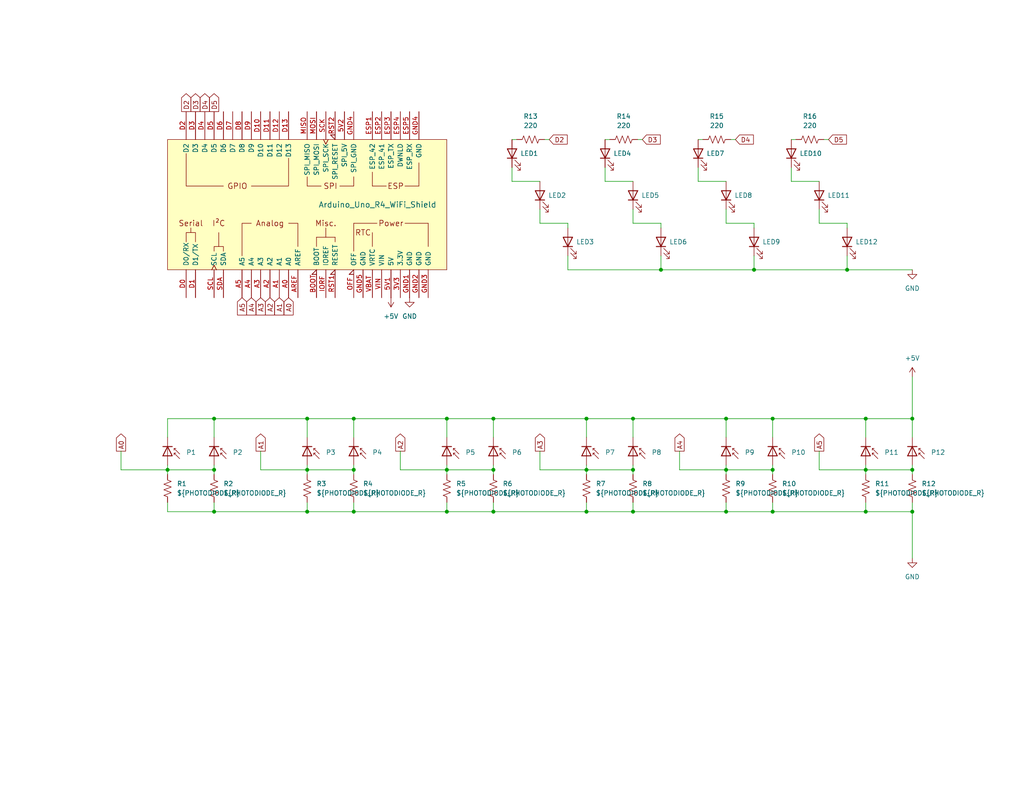
<source format=kicad_sch>
(kicad_sch (version 20250114) (generator "eeschema") (generator_version "9.0")
  (paper "USLetter")
  (title_block (title "Punched Card Reader") (date "2025-12-09") (rev "2.0") (company "Brown University") (comment 1 "Resistor values are subject to change") (comment 2 "Three LEDs in series seems to work fine") (comment 3 "Coupling two photodiodes to one analog pin") (comment 4 "Pins 0 and 1 are treated as UART RX and TX respectively"))
  (lib_symbols
    (symbol "Device:D_Photo" (pin_numbers (hide yes)) (pin_names (hide yes))
      (property "Reference" "D" (at 0.508 1.778 0))
      (property "Value" "D_Photo" (at -1.016 -2.794 0))
      (symbol "D_Photo_0_1"
        (polyline (pts (xy -2.54 1.27) (xy -2.54 -1.27)) (stroke (width 0.254)))
        (polyline (pts (xy -2.032 1.778) (xy -1.524 1.778)))
        (polyline (pts (xy -0.508 3.302) (xy -2.032 1.778) (xy -2.032 2.286)))
        (polyline (pts (xy 0 0) (xy -2.54 0)))
        (polyline (pts (xy 0 -1.27) (xy 0 1.27) (xy -2.54 0) (xy 0 -1.27)) (stroke (width 0.254)))
        (polyline (pts (xy 0.762 3.302) (xy -0.762 1.778) (xy -0.762 2.286) (xy -0.762 1.778) (xy -0.254 1.778)))
      )
      (symbol "D_Photo_1_1"
        (pin passive line (at -5.08 0 0) (length 2.54) (name "K") (number "1"))
        (pin passive line (at 2.54 0 180) (length 2.54) (name "A") (number "2"))
      )
    )
    (symbol "Device:LED" (pin_numbers (hide yes)) (pin_names (offset 1.016) (hide yes))
      (property "Reference" "D" (at 0 2.54 0))
      (property "Value" "LED" (at 0 -2.54 0))
      (symbol "LED_0_1"
        (polyline (pts (xy -3.048 -0.762) (xy -4.572 -2.286) (xy -3.81 -2.286) (xy -4.572 -2.286) (xy -4.572 -1.524)))
        (polyline (pts (xy -1.778 -0.762) (xy -3.302 -2.286) (xy -2.54 -2.286) (xy -3.302 -2.286) (xy -3.302 -1.524)))
        (polyline (pts (xy -1.27 0) (xy 1.27 0)))
        (polyline (pts (xy -1.27 -1.27) (xy -1.27 1.27)) (stroke (width 0.254)))
        (polyline (pts (xy 1.27 -1.27) (xy 1.27 1.27) (xy -1.27 0) (xy 1.27 -1.27)) (stroke (width 0.254)))
      )
      (symbol "LED_1_1"
        (pin passive line (at -3.81 0 0) (length 2.54) (name "K") (number "1"))
        (pin passive line (at 3.81 0 180) (length 2.54) (name "A") (number "2"))
      )
    )
    (symbol "Device:R_US" (pin_numbers (hide yes)) (pin_names (offset 0))
      (property "Reference" "R" (at 2.54 0 90))
      (property "Value" "R_US" (at -2.54 0 90))
      (symbol "R_US_0_1"
        (polyline (pts (xy 0 2.286) (xy 0 2.54)))
        (polyline (pts (xy 0 2.286) (xy 1.016 1.905) (xy 0 1.524) (xy -1.016 1.143) (xy 0 0.762)))
        (polyline (pts (xy 0 0.762) (xy 1.016 0.381) (xy 0 0) (xy -1.016 -0.381) (xy 0 -0.762)))
        (polyline (pts (xy 0 -0.762) (xy 1.016 -1.143) (xy 0 -1.524) (xy -1.016 -1.905) (xy 0 -2.286)))
        (polyline (pts (xy 0 -2.286) (xy 0 -2.54)))
      )
      (symbol "R_US_1_1"
        (pin passive line (at 0 3.81 270) (length 1.27) (name "~") (number "1"))
        (pin passive line (at 0 -3.81 90) (length 1.27) (name "~") (number "2"))
      )
    )
    (symbol "PCM_arduino-library:Arduino_Uno_R4_WiFi_Shield" (pin_names (offset 1.016))
      (property "Reference" "A" (at 0 43.18 0))
      (property "Value" "Arduino_Uno_R4_WiFi_Shield" (at 0 40.64 0))
      (symbol "Arduino_Uno_R4_WiFi_Shield_0_0"
        (rectangle (start -17.78 38.1) (end 17.78 -38.1) (fill (type background)))
        (polyline (pts (xy -12.7 25.4) (xy -11.43 25.4) (xy -11.43 22.86) (xy -12.7 22.86)))
        (rectangle (start -12.7 -12.7) (end -5.08 -12.7))
        (polyline (pts (xy -11.43 24.13) (xy -7.62 24.13)))
        (rectangle (start -11.43 -33.02) (end -5.08 -33.02))
        (polyline (pts (xy -10.16 33.02) (xy -7.62 33.02) (xy -7.62 30.48) (xy -10.16 30.48)))
        (rectangle (start -10.16 -7.62) (end -8.89 -7.62))
        (rectangle (start -8.89 -2.54) (end -11.43 -2.54))
        (rectangle (start -8.89 -5.08) (end -6.35 -5.08))
        (rectangle (start -8.89 -7.62) (end -8.89 -2.54))
        (polyline (pts (xy -7.62 31.75) (xy -6.35 31.75)))
        (polyline (pts (xy -5.08 15.24) (xy -5.08 17.78) (xy -13.97 17.78)))
        (polyline (pts (xy -5.08 5.08) (xy -5.08 2.54) (xy -11.43 2.54)))
        (polyline (pts (xy -5.08 -12.7) (xy -5.08 -19.05)))
        (polyline (pts (xy -5.08 -26.67) (xy -5.08 -33.02)))
        (polyline (pts (xy 5.08 22.86) (xy 5.08 33.02) (xy 13.97 33.02)))
        (polyline (pts (xy 5.08 15.24) (xy 5.08 5.08) (xy 12.7 5.08)))
        (rectangle (start 5.08 -3.81) (end 5.08 0))
        (rectangle (start 5.08 -12.7) (end 5.08 -8.89))
        (rectangle (start 5.08 -12.7) (end 7.62 -12.7))
        (rectangle (start 5.08 -17.78) (end 8.89 -17.78))
        (rectangle (start 5.08 -21.59) (end 5.08 -17.78))
        (rectangle (start 5.08 -30.48) (end 5.08 -26.67))
        (rectangle (start 5.08 -30.48) (end 11.43 -30.48))
        (rectangle (start 7.62 0) (end 5.08 0))
        (text "RTC" (at -7.62 -15.24 900) (effects (font (size 1.524 1.524))))
        (text "Serial" (at -5.08 31.75 900) (effects (font (size 1.524 1.524))))
        (text "I²C" (at -5.08 24.13 900) (effects (font (size 1.524 1.524))))
        (text "Analog" (at -5.08 10.16 900) (effects (font (size 1.524 1.524))))
        (text "Misc." (at -5.08 -5.08 900) (effects (font (size 1.524 1.524))))
        (text "Power" (at -5.08 -22.86 900) (effects (font (size 1.524 1.524))))
        (text "SPI" (at 5.08 -6.35 900) (effects (font (size 1.524 1.524))))
        (text "ESP" (at 5.08 -24.13 900) (effects (font (size 1.524 1.524))))
      )
      (symbol "Arduino_Uno_R4_WiFi_Shield_0_1"
        (polyline (pts (xy -11.43 -17.78) (xy -7.62 -17.78)))
      )
      (symbol "Arduino_Uno_R4_WiFi_Shield_1_0"
        (text "GPIO" (at 5.08 19.05 900) (effects (font (size 1.524 1.524))))
      )
      (symbol "Arduino_Uno_R4_WiFi_Shield_1_1"
        (pin bidirectional line (at -25.4 33.02 0) (length 7.62) (name "D0/RX") (number "D0"))
        (pin bidirectional line (at -25.4 30.48 0) (length 7.62) (name "D1/TX") (number "D1"))
        (pin bidirectional clock (at -25.4 25.4 0) (length 7.62) (name "SCL") (number "SCL"))
        (pin bidirectional line (at -25.4 22.86 0) (length 7.62) (name "SDA") (number "SDA"))
        (pin bidirectional line (at -25.4 17.78 0) (length 7.62) (name "A5") (number "A5"))
        (pin bidirectional line (at -25.4 15.24 0) (length 7.62) (name "A4") (number "A4"))
        (pin bidirectional line (at -25.4 12.7 0) (length 7.62) (name "A3") (number "A3"))
        (pin bidirectional line (at -25.4 10.16 0) (length 7.62) (name "A2") (number "A2"))
        (pin bidirectional line (at -25.4 7.62 0) (length 7.62) (name "A1") (number "A1"))
        (pin bidirectional line (at -25.4 5.08 0) (length 7.62) (name "A0") (number "A0"))
        (pin input line (at -25.4 2.54 0) (length 7.62) (name "AREF") (number "AREF"))
        (pin input input_low (at -25.4 -2.54 0) (length 7.62) (name "BOOT") (number "BOOT"))
        (pin output line (at -25.4 -5.08 0) (length 7.62) (name "IOREF") (number "IORF"))
        (pin open_collector input_low (at -25.4 -7.62 0) (length 7.62) (name "RESET") (number "RST1"))
        (pin input input_low (at -25.4 -12.7 0) (length 7.62) (name "OFF") (number "OFF"))
        (pin power_in line (at -25.4 -15.24 0) (length 7.62) (name "GND") (number "GND5"))
        (pin power_in line (at -25.4 -17.78 0) (length 7.62) (name "VRTC") (number "VBAT"))
        (pin power_in line (at -25.4 -20.32 0) (length 7.62) (name "VIN") (number "VIN"))
        (pin power_in line (at -25.4 -22.86 0) (length 7.62) (name "5V") (number "5V1"))
        (pin power_out line (at -25.4 -25.4 0) (length 7.62) (name "3.3V") (number "3V3"))
        (pin power_in line (at -25.4 -27.94 0) (length 7.62) (name "GND") (number "GND1"))
        (pin power_in line (at -25.4 -30.48 0) (length 7.62) (name "GND") (number "GND2"))
        (pin power_in line (at -25.4 -33.02 0) (length 7.62) (name "GND") (number "GND3"))
        (pin bidirectional line (at 25.4 33.02 180) (length 7.62) (name "D2") (number "D2"))
        (pin bidirectional line (at 25.4 30.48 180) (length 7.62) (name "D3") (number "D3"))
        (pin bidirectional line (at 25.4 27.94 180) (length 7.62) (name "D4") (number "D4"))
        (pin bidirectional line (at 25.4 25.4 180) (length 7.62) (name "D5") (number "D5"))
        (pin bidirectional line (at 25.4 22.86 180) (length 7.62) (name "D6") (number "D6"))
        (pin bidirectional line (at 25.4 20.32 180) (length 7.62) (name "D7") (number "D7"))
        (pin bidirectional line (at 25.4 17.78 180) (length 7.62) (name "D8") (number "D8"))
        (pin bidirectional line (at 25.4 15.24 180) (length 7.62) (name "D9") (number "D9"))
        (pin bidirectional line (at 25.4 12.7 180) (length 7.62) (name "D10") (number "D10"))
        (pin bidirectional line (at 25.4 10.16 180) (length 7.62) (name "D11") (number "D11"))
        (pin bidirectional line (at 25.4 7.62 180) (length 7.62) (name "D12") (number "D12"))
        (pin bidirectional line (at 25.4 5.08 180) (length 7.62) (name "D13") (number "D13"))
        (pin input line (at 25.4 0 180) (length 7.62) (name "SPI_MISO") (number "MISO"))
        (pin output line (at 25.4 -2.54 180) (length 7.62) (name "SPI_MOSI") (number "MOSI"))
        (pin output clock (at 25.4 -5.08 180) (length 7.62) (name "SPI_SCK") (number "SCK"))
        (pin open_collector input_low (at 25.4 -7.62 180) (length 7.62) (name "SPI_RESET") (number "RST2"))
        (pin power_in line (at 25.4 -10.16 180) (length 7.62) (name "SPI_5V") (number "5V2"))
        (pin power_in line (at 25.4 -12.7 180) (length 7.62) (name "SPI_GND") (number "GND4"))
        (pin bidirectional line (at 25.4 -17.78 180) (length 7.62) (name "ESP_42") (number "ESP1"))
        (pin bidirectional line (at 25.4 -20.32 180) (length 7.62) (name "ESP_41") (number "ESP2"))
        (pin bidirectional line (at 25.4 -22.86 180) (length 7.62) (name "ESP_TX") (number "ESP3"))
        (pin bidirectional line (at 25.4 -25.4 180) (length 7.62) (name "DWNLD") (number "ESP4"))
        (pin bidirectional line (at 25.4 -27.94 180) (length 7.62) (name "ESP_RX") (number "ESP5"))
        (pin power_in line (at 25.4 -30.48 180) (length 7.62) (name "GND") (number "GND4"))
      )
    )
    (symbol "power:+5V" (power) (pin_numbers (hide yes)) (pin_names (offset 0) (hide yes))
      (property "Value" "+5V" (at 0 3.556 0))
      (symbol "+5V_0_1"
        (polyline (pts (xy -0.762 1.27) (xy 0 2.54)))
        (polyline (pts (xy 0 2.54) (xy 0.762 1.27)))
        (polyline (pts (xy 0 0) (xy 0 2.54)))
      )
      (symbol "+5V_1_1"
        (pin power_in line (at 0 0 90) (length 0) (name "~") (number "1"))
      )
    )
    (symbol "power:GND" (power) (pin_numbers (hide yes)) (pin_names (offset 0) (hide yes))
      (property "Value" "GND" (at 0 -3.81 0))
      (symbol "GND_0_1"
        (polyline (pts (xy 0 0) (xy 0 -1.27) (xy 1.27 -1.27) (xy 0 -2.54) (xy -1.27 -1.27) (xy 0 -1.27)))
      )
      (symbol "GND_1_1"
        (pin power_in line (at 0 0 270) (length 0) (name "~") (number "1"))
      )
    )
  )
  (junction (at 172.72 139.7))
  (junction (at 205.74 73.66))
  (junction (at 96.52 139.7))
  (junction (at 121.92 128.27))
  (junction (at 160.02 128.27))
  (junction (at 45.72 128.27))
  (junction (at 210.82 114.3))
  (junction (at 172.72 128.27))
  (junction (at 58.42 139.7))
  (junction (at 248.92 114.3))
  (junction (at 160.02 139.7))
  (junction (at 134.62 128.27))
  (junction (at 96.52 114.3))
  (junction (at 210.82 128.27))
  (junction (at 96.52 128.27))
  (junction (at 172.72 114.3))
  (junction (at 180.34 73.66))
  (junction (at 198.12 139.7))
  (junction (at 236.22 114.3))
  (junction (at 236.22 128.27))
  (junction (at 210.82 139.7))
  (junction (at 83.82 128.27))
  (junction (at 134.62 114.3))
  (junction (at 248.92 128.27))
  (junction (at 248.92 139.7))
  (junction (at 121.92 139.7))
  (junction (at 198.12 114.3))
  (junction (at 83.82 139.7))
  (junction (at 236.22 139.7))
  (junction (at 160.02 114.3))
  (junction (at 58.42 128.27))
  (junction (at 58.42 114.3))
  (junction (at 231.14 73.66))
  (junction (at 198.12 128.27))
  (junction (at 134.62 139.7))
  (junction (at 121.92 114.3))
  (junction (at 83.82 114.3))
  (wire (pts (xy 83.82 128.27) (xy 96.52 128.27)))
  (wire (pts (xy 33.02 128.27) (xy 45.72 128.27)))
  (wire (pts (xy 71.12 128.27) (xy 83.82 128.27)))
  (wire (pts (xy 180.34 73.66) (xy 205.74 73.66)))
  (wire (pts (xy 134.62 139.7) (xy 160.02 139.7)))
  (wire (pts (xy 154.94 69.85) (xy 154.94 73.66)))
  (wire (pts (xy 147.32 123.19) (xy 147.32 128.27)))
  (wire (pts (xy 45.72 128.27) (xy 58.42 128.27)))
  (wire (pts (xy 236.22 114.3) (xy 248.92 114.3)))
  (wire (pts (xy 83.82 127) (xy 83.82 128.27)))
  (wire (pts (xy 172.72 114.3) (xy 198.12 114.3)))
  (wire (pts (xy 172.72 139.7) (xy 198.12 139.7)))
  (wire (pts (xy 58.42 128.27) (xy 58.42 129.54)))
  (wire (pts (xy 248.92 139.7) (xy 248.92 152.4)))
  (wire (pts (xy 223.52 123.19) (xy 223.52 128.27)))
  (wire (pts (xy 134.62 127) (xy 134.62 128.27)))
  (wire (pts (xy 198.12 137.16) (xy 198.12 139.7)))
  (wire (pts (xy 134.62 128.27) (xy 134.62 129.54)))
  (wire (pts (xy 58.42 137.16) (xy 58.42 139.7)))
  (wire (pts (xy 236.22 128.27) (xy 248.92 128.27)))
  (wire (pts (xy 198.12 60.96) (xy 198.12 57.15)))
  (wire (pts (xy 134.62 114.3) (xy 134.62 119.38)))
  (wire (pts (xy 231.14 60.96) (xy 231.14 62.23)))
  (wire (pts (xy 165.1 49.53) (xy 165.1 45.72)))
  (wire (pts (xy 121.92 114.3) (xy 121.92 119.38)))
  (wire (pts (xy 172.72 137.16) (xy 172.72 139.7)))
  (wire (pts (xy 210.82 114.3) (xy 210.82 119.38)))
  (wire (pts (xy 231.14 69.85) (xy 231.14 73.66)))
  (wire (pts (xy 147.32 57.15) (xy 147.32 60.96)))
  (wire (pts (xy 121.92 139.7) (xy 134.62 139.7)))
  (wire (pts (xy 215.9 38.1) (xy 217.17 38.1)))
  (wire (pts (xy 236.22 127) (xy 236.22 128.27)))
  (wire (pts (xy 198.12 114.3) (xy 210.82 114.3)))
  (wire (pts (xy 109.22 128.27) (xy 121.92 128.27)))
  (wire (pts (xy 83.82 137.16) (xy 83.82 139.7)))
  (wire (pts (xy 58.42 139.7) (xy 83.82 139.7)))
  (wire (pts (xy 160.02 128.27) (xy 172.72 128.27)))
  (wire (pts (xy 139.7 49.53) (xy 139.7 45.72)))
  (wire (pts (xy 96.52 128.27) (xy 96.52 129.54)))
  (wire (pts (xy 198.12 128.27) (xy 210.82 128.27)))
  (wire (pts (xy 248.92 127) (xy 248.92 128.27)))
  (wire (pts (xy 205.74 73.66) (xy 205.74 69.85)))
  (wire (pts (xy 160.02 127) (xy 160.02 128.27)))
  (wire (pts (xy 172.72 60.96) (xy 172.72 57.15)))
  (wire (pts (xy 83.82 114.3) (xy 83.82 119.38)))
  (wire (pts (xy 185.42 123.19) (xy 185.42 128.27)))
  (wire (pts (xy 210.82 128.27) (xy 210.82 129.54)))
  (wire (pts (xy 121.92 128.27) (xy 134.62 128.27)))
  (wire (pts (xy 205.74 60.96) (xy 205.74 62.23)))
  (wire (pts (xy 210.82 127) (xy 210.82 128.27)))
  (wire (pts (xy 172.72 128.27) (xy 172.72 129.54)))
  (wire (pts (xy 224.79 38.1) (xy 226.06 38.1)))
  (wire (pts (xy 147.32 49.53) (xy 139.7 49.53)))
  (wire (pts (xy 83.82 139.7) (xy 96.52 139.7)))
  (wire (pts (xy 121.92 137.16) (xy 121.92 139.7)))
  (wire (pts (xy 248.92 114.3) (xy 248.92 119.38)))
  (wire (pts (xy 172.72 114.3) (xy 172.72 119.38)))
  (wire (pts (xy 96.52 114.3) (xy 121.92 114.3)))
  (wire (pts (xy 121.92 114.3) (xy 134.62 114.3)))
  (wire (pts (xy 200.66 38.1) (xy 199.39 38.1)))
  (wire (pts (xy 160.02 128.27) (xy 160.02 129.54)))
  (wire (pts (xy 154.94 73.66) (xy 180.34 73.66)))
  (wire (pts (xy 215.9 49.53) (xy 215.9 45.72)))
  (wire (pts (xy 198.12 114.3) (xy 198.12 119.38)))
  (wire (pts (xy 172.72 60.96) (xy 180.34 60.96)))
  (wire (pts (xy 166.37 38.1) (xy 165.1 38.1)))
  (wire (pts (xy 180.34 60.96) (xy 180.34 62.23)))
  (wire (pts (xy 198.12 127) (xy 198.12 128.27)))
  (wire (pts (xy 45.72 139.7) (xy 58.42 139.7)))
  (wire (pts (xy 248.92 128.27) (xy 248.92 129.54)))
  (wire (pts (xy 210.82 114.3) (xy 236.22 114.3)))
  (wire (pts (xy 45.72 114.3) (xy 45.72 119.38)))
  (wire (pts (xy 172.72 127) (xy 172.72 128.27)))
  (wire (pts (xy 160.02 139.7) (xy 172.72 139.7)))
  (wire (pts (xy 134.62 137.16) (xy 134.62 139.7)))
  (wire (pts (xy 248.92 102.87) (xy 248.92 114.3)))
  (wire (pts (xy 236.22 137.16) (xy 236.22 139.7)))
  (wire (pts (xy 96.52 137.16) (xy 96.52 139.7)))
  (wire (pts (xy 58.42 114.3) (xy 58.42 119.38)))
  (wire (pts (xy 190.5 49.53) (xy 190.5 45.72)))
  (wire (pts (xy 172.72 49.53) (xy 165.1 49.53)))
  (wire (pts (xy 121.92 127) (xy 121.92 128.27)))
  (wire (pts (xy 83.82 128.27) (xy 83.82 129.54)))
  (wire (pts (xy 33.02 123.19) (xy 33.02 128.27)))
  (wire (pts (xy 154.94 60.96) (xy 154.94 62.23)))
  (wire (pts (xy 205.74 73.66) (xy 231.14 73.66)))
  (wire (pts (xy 223.52 60.96) (xy 231.14 60.96)))
  (wire (pts (xy 96.52 139.7) (xy 121.92 139.7)))
  (wire (pts (xy 45.72 128.27) (xy 45.72 129.54)))
  (wire (pts (xy 175.26 38.1) (xy 173.99 38.1)))
  (wire (pts (xy 223.52 49.53) (xy 215.9 49.53)))
  (wire (pts (xy 96.52 114.3) (xy 96.52 119.38)))
  (wire (pts (xy 210.82 137.16) (xy 210.82 139.7)))
  (wire (pts (xy 160.02 114.3) (xy 160.02 119.38)))
  (wire (pts (xy 198.12 128.27) (xy 198.12 129.54)))
  (wire (pts (xy 140.97 38.1) (xy 139.7 38.1)))
  (wire (pts (xy 180.34 69.85) (xy 180.34 73.66)))
  (wire (pts (xy 231.14 73.66) (xy 248.92 73.66)))
  (wire (pts (xy 58.42 114.3) (xy 83.82 114.3)))
  (wire (pts (xy 223.52 60.96) (xy 223.52 57.15)))
  (wire (pts (xy 198.12 60.96) (xy 205.74 60.96)))
  (wire (pts (xy 147.32 60.96) (xy 154.94 60.96)))
  (wire (pts (xy 109.22 123.19) (xy 109.22 128.27)))
  (wire (pts (xy 185.42 128.27) (xy 198.12 128.27)))
  (wire (pts (xy 147.32 128.27) (xy 160.02 128.27)))
  (wire (pts (xy 198.12 139.7) (xy 210.82 139.7)))
  (wire (pts (xy 160.02 137.16) (xy 160.02 139.7)))
  (wire (pts (xy 45.72 127) (xy 45.72 128.27)))
  (wire (pts (xy 160.02 114.3) (xy 172.72 114.3)))
  (wire (pts (xy 58.42 127) (xy 58.42 128.27)))
  (wire (pts (xy 191.77 38.1) (xy 190.5 38.1)))
  (wire (pts (xy 236.22 114.3) (xy 236.22 119.38)))
  (wire (pts (xy 248.92 137.16) (xy 248.92 139.7)))
  (wire (pts (xy 236.22 128.27) (xy 236.22 129.54)))
  (wire (pts (xy 121.92 128.27) (xy 121.92 129.54)))
  (wire (pts (xy 198.12 49.53) (xy 190.5 49.53)))
  (wire (pts (xy 236.22 139.7) (xy 248.92 139.7)))
  (wire (pts (xy 149.86 38.1) (xy 148.59 38.1)))
  (wire (pts (xy 134.62 114.3) (xy 160.02 114.3)))
  (wire (pts (xy 45.72 137.16) (xy 45.72 139.7)))
  (wire (pts (xy 223.52 128.27) (xy 236.22 128.27)))
  (wire (pts (xy 45.72 114.3) (xy 58.42 114.3)))
  (wire (pts (xy 83.82 114.3) (xy 96.52 114.3)))
  (wire (pts (xy 71.12 123.19) (xy 71.12 128.27)))
  (wire (pts (xy 96.52 127) (xy 96.52 128.27)))
  (wire (pts (xy 210.82 139.7) (xy 236.22 139.7)))
  (global_label "A0" (shape output) (at 33.02 123.19 90) (property "Intersheetrefs" "${INTERSHEET_REFS}" (effects (hide yes))))
  (global_label "A2" (shape output) (at 109.22 123.19 90) (property "Intersheetrefs" "${INTERSHEET_REFS}" (effects (hide yes))))
  (global_label "D4" (shape output) (at 55.88 30.48 90) (property "Intersheetrefs" "${INTERSHEET_REFS}" (effects (hide yes))))
  (global_label "A4" (shape input) (at 68.58 81.28 270) (property "Intersheetrefs" "${INTERSHEET_REFS}" (effects (hide yes))))
  (global_label "A1" (shape input) (at 76.2 81.28 270) (property "Intersheetrefs" "${INTERSHEET_REFS}" (effects (hide yes))))
  (global_label "A5" (shape input) (at 66.04 81.28 270) (property "Intersheetrefs" "${INTERSHEET_REFS}" (effects (hide yes))))
  (global_label "D2" (shape output) (at 50.8 30.48 90) (property "Intersheetrefs" "${INTERSHEET_REFS}" (effects (hide yes))))
  (global_label "A3" (shape output) (at 147.32 123.19 90) (property "Intersheetrefs" "${INTERSHEET_REFS}" (effects (hide yes))))
  (global_label "A4" (shape output) (at 185.42 123.19 90) (property "Intersheetrefs" "${INTERSHEET_REFS}" (effects (hide yes))))
  (global_label "D4" (shape input) (at 200.66 38.1 0) (property "Intersheetrefs" "${INTERSHEET_REFS}" (effects (hide yes))))
  (global_label "A0" (shape input) (at 78.74 81.28 270) (property "Intersheetrefs" "${INTERSHEET_REFS}" (effects (hide yes))))
  (global_label "D3" (shape output) (at 53.34 30.48 90) (property "Intersheetrefs" "${INTERSHEET_REFS}" (effects (hide yes))))
  (global_label "A3" (shape input) (at 71.12 81.28 270) (property "Intersheetrefs" "${INTERSHEET_REFS}" (effects (hide yes))))
  (global_label "A2" (shape input) (at 73.66 81.28 270) (property "Intersheetrefs" "${INTERSHEET_REFS}" (effects (hide yes))))
  (global_label "D2" (shape input) (at 149.86 38.1 0) (property "Intersheetrefs" "${INTERSHEET_REFS}" (effects (hide yes))))
  (global_label "A1" (shape output) (at 71.12 123.19 90) (property "Intersheetrefs" "${INTERSHEET_REFS}" (effects (hide yes))))
  (global_label "A5" (shape output) (at 223.52 123.19 90) (property "Intersheetrefs" "${INTERSHEET_REFS}" (effects (hide yes))))
  (global_label "D5" (shape input) (at 226.06 38.1 0) (property "Intersheetrefs" "${INTERSHEET_REFS}" (effects (hide yes))))
  (global_label "D3" (shape input) (at 175.26 38.1 0) (property "Intersheetrefs" "${INTERSHEET_REFS}" (effects (hide yes))))
  (global_label "D5" (shape output) (at 58.42 30.48 90) (property "Intersheetrefs" "${INTERSHEET_REFS}" (effects (hide yes))))
  (symbol (lib_id "Device:D_Photo") (at 210.82 124.46 270) (unit 1)
    (property "Reference" "P10" (at 215.9 123.5074 90) (effects (justify left)))
    (property "Value" "D_Photo" (effects (hide yes)))
    (property "Description" "Photodiode" (effects (hide yes)))
  )
  (symbol (lib_id "Device:LED") (at 147.32 53.34 90) (unit 1)
    (property "Reference" "LED2" (at 149.606 53.34 90) (effects (justify right)))
    (property "Value" "LED" (effects (hide yes)))
    (property "Description" "Light emitting diode" (effects (hide yes)))
    (property "Sim.Pins" "1=K 2=A" (effects (hide yes)))
  )
  (symbol (lib_id "Device:D_Photo") (at 198.12 124.46 270) (unit 1)
    (property "Reference" "P9" (at 203.2 123.5074 90) (effects (justify left)))
    (property "Value" "D_Photo" (effects (hide yes)))
    (property "Description" "Photodiode" (effects (hide yes)))
  )
  (symbol (lib_id "Device:R_US") (at 160.02 133.35 0) (unit 1)
    (property "Reference" "R7" (at 162.56 132.0799 0) (effects (justify left)))
    (property "Value" "${PHOTODIODE_R}" (at 162.56 134.6199 0) (effects (justify left)))
    (property "Description" "Resistor, US symbol" (effects (hide yes)))
  )
  (symbol (lib_id "Device:D_Photo") (at 172.72 124.46 270) (unit 1)
    (property "Reference" "P8" (at 177.8 123.5074 90) (effects (justify left)))
    (property "Value" "D_Photo" (effects (hide yes)))
    (property "Description" "Photodiode" (effects (hide yes)))
  )
  (symbol (lib_id "Device:R_US") (at 170.18 38.1 90) (unit 1)
    (property "Reference" "R14" (at 170.18 31.75 90))
    (property "Value" "220" (at 170.18 34.29 90))
    (property "Description" "Resistor, US symbol" (effects (hide yes)))
  )
  (symbol (lib_id "Device:LED") (at 180.34 66.04 90) (unit 1)
    (property "Reference" "LED6" (at 182.626 66.04 90) (effects (justify right)))
    (property "Value" "LED" (effects (hide yes)))
    (property "Description" "Light emitting diode" (effects (hide yes)))
    (property "Sim.Pins" "1=K 2=A" (effects (hide yes)))
  )
  (symbol (lib_id "Device:D_Photo") (at 96.52 124.46 270) (unit 1)
    (property "Reference" "P4" (at 101.6 123.5074 90) (effects (justify left)))
    (property "Value" "D_Photo" (effects (hide yes)))
    (property "Description" "Photodiode" (effects (hide yes)))
  )
  (symbol (lib_id "Device:LED") (at 215.9 41.91 90) (unit 1)
    (property "Reference" "LED10" (at 218.186 41.91 90) (effects (justify right)))
    (property "Value" "LED" (effects (hide yes)))
    (property "Description" "Light emitting diode" (effects (hide yes)))
    (property "Sim.Pins" "1=K 2=A" (effects (hide yes)))
  )
  (symbol (lib_id "power:GND") (at 248.92 152.4 0) (unit 1)
    (property "Reference" "#PWR01" (effects (hide yes)))
    (property "Value" "GND" (at 248.92 157.48 0))
    (property "Description" "Power symbol creates a global label with name \"GND\" , ground" (effects (hide yes)))
  )
  (symbol (lib_id "Device:LED") (at 172.72 53.34 90) (unit 1)
    (property "Reference" "LED5" (at 175.006 53.34 90) (effects (justify right)))
    (property "Value" "LED" (effects (hide yes)))
    (property "Description" "Light emitting diode" (effects (hide yes)))
    (property "Sim.Pins" "1=K 2=A" (effects (hide yes)))
  )
  (symbol (lib_id "power:GND") (at 248.92 73.66 0) (unit 1)
    (property "Reference" "#PWR05" (effects (hide yes)))
    (property "Value" "GND" (at 248.92 78.74 0))
    (property "Description" "Power symbol creates a global label with name \"GND\" , ground" (effects (hide yes)))
  )
  (symbol (lib_id "Device:D_Photo") (at 236.22 124.46 270) (unit 1)
    (property "Reference" "P11" (at 241.3 123.5074 90) (effects (justify left)))
    (property "Value" "D_Photo" (effects (hide yes)))
    (property "Description" "Photodiode" (effects (hide yes)))
  )
  (symbol (lib_id "Device:R_US") (at 121.92 133.35 0) (unit 1)
    (property "Reference" "R5" (at 124.46 132.0799 0) (effects (justify left)))
    (property "Value" "${PHOTODIODE_R}" (at 124.46 134.6199 0) (effects (justify left)))
    (property "Description" "Resistor, US symbol" (effects (hide yes)))
  )
  (symbol (lib_id "power:+5V") (at 106.68 81.28 180) (unit 1)
    (property "Reference" "#PWR03" (effects (hide yes)))
    (property "Value" "+5V" (at 106.68 86.36 0))
    (property "Description" "Power symbol creates a global label with name \"+5V\"" (effects (hide yes)))
  )
  (symbol (lib_id "Device:R_US") (at 236.22 133.35 0) (unit 1)
    (property "Reference" "R11" (at 238.76 132.0799 0) (effects (justify left)))
    (property "Value" "${PHOTODIODE_R}" (at 238.76 134.6199 0) (effects (justify left)))
    (property "Description" "Resistor, US symbol" (effects (hide yes)))
  )
  (symbol (lib_id "Device:LED") (at 205.74 66.04 90) (unit 1)
    (property "Reference" "LED9" (at 208.026 66.04 90) (effects (justify right)))
    (property "Value" "LED" (effects (hide yes)))
    (property "Description" "Light emitting diode" (effects (hide yes)))
    (property "Sim.Pins" "1=K 2=A" (effects (hide yes)))
  )
  (symbol (lib_id "Device:D_Photo") (at 58.42 124.46 270) (unit 1)
    (property "Reference" "P2" (at 63.5 123.5074 90) (effects (justify left)))
    (property "Value" "D_Photo" (effects (hide yes)))
    (property "Description" "Photodiode" (effects (hide yes)))
  )
  (symbol (lib_id "Device:LED") (at 198.12 53.34 90) (unit 1)
    (property "Reference" "LED8" (at 200.406 53.34 90) (effects (justify right)))
    (property "Value" "LED" (effects (hide yes)))
    (property "Description" "Light emitting diode" (effects (hide yes)))
    (property "Sim.Pins" "1=K 2=A" (effects (hide yes)))
  )
  (symbol (lib_id "Device:R_US") (at 248.92 133.35 0) (unit 1)
    (property "Reference" "R12" (at 251.46 132.0799 0) (effects (justify left)))
    (property "Value" "${PHOTODIODE_R}" (at 251.46 134.6199 0) (effects (justify left)))
    (property "Description" "Resistor, US symbol" (effects (hide yes)))
  )
  (symbol (lib_id "power:GND") (at 111.76 81.28 0) (unit 1)
    (property "Reference" "#PWR04" (effects (hide yes)))
    (property "Value" "GND" (at 111.76 86.36 0))
    (property "Description" "Power symbol creates a global label with name \"GND\" , ground" (effects (hide yes)))
  )
  (symbol (lib_id "PCM_arduino-library:Arduino_Uno_R4_WiFi_Shield") (at 83.82 55.88 90) (unit 1)
    (property "Reference" "A1" (effects (hide yes)))
    (property "Value" "Arduino_Uno_R4_WiFi_Shield" (at 86.868 55.88 90) (effects (font (size 1.524 1.524)) (justify right)))
    (property "Footprint" "PCM_arduino-library:Arduino_Uno_R4_WiFi_Shield" (effects (hide yes)))
    (property "Datasheet" "https://docs.arduino.cc/hardware/uno-r4-wifi" (effects (hide yes)))
    (property "Description" "Shield for Arduino Uno R4 WiFi" (effects (hide yes)))
  )
  (symbol (lib_id "Device:R_US") (at 144.78 38.1 90) (unit 1)
    (property "Reference" "R13" (at 144.78 31.75 90))
    (property "Value" "220" (at 144.78 34.29 90))
    (property "Description" "Resistor, US symbol" (effects (hide yes)))
  )
  (symbol (lib_id "Device:LED") (at 223.52 53.34 90) (unit 1)
    (property "Reference" "LED11" (at 225.806 53.34 90) (effects (justify right)))
    (property "Value" "LED" (effects (hide yes)))
    (property "Description" "Light emitting diode" (effects (hide yes)))
    (property "Sim.Pins" "1=K 2=A" (effects (hide yes)))
  )
  (symbol (lib_id "power:+5V") (at 248.92 102.87 0) (unit 1)
    (property "Reference" "#PWR02" (effects (hide yes)))
    (property "Value" "+5V" (at 248.92 97.79 0))
    (property "Description" "Power symbol creates a global label with name \"+5V\"" (effects (hide yes)))
  )
  (symbol (lib_id "Device:R_US") (at 220.98 38.1 90) (unit 1)
    (property "Reference" "R16" (at 220.98 31.75 90))
    (property "Value" "220" (at 220.98 34.29 90))
    (property "Description" "Resistor, US symbol" (effects (hide yes)))
  )
  (symbol (lib_id "Device:R_US") (at 198.12 133.35 0) (unit 1)
    (property "Reference" "R9" (at 200.66 132.0799 0) (effects (justify left)))
    (property "Value" "${PHOTODIODE_R}" (at 200.66 134.6199 0) (effects (justify left)))
    (property "Description" "Resistor, US symbol" (effects (hide yes)))
  )
  (symbol (lib_id "Device:D_Photo") (at 134.62 124.46 270) (unit 1)
    (property "Reference" "P6" (at 139.7 123.5074 90) (effects (justify left)))
    (property "Value" "D_Photo" (effects (hide yes)))
    (property "Description" "Photodiode" (effects (hide yes)))
  )
  (symbol (lib_id "Device:R_US") (at 58.42 133.35 0) (unit 1)
    (property "Reference" "R2" (at 60.96 132.0799 0) (effects (justify left)))
    (property "Value" "${PHOTODIODE_R}" (at 60.96 134.6199 0) (effects (justify left)))
    (property "Description" "Resistor, US symbol" (effects (hide yes)))
  )
  (symbol (lib_id "Device:D_Photo") (at 83.82 124.46 270) (unit 1)
    (property "Reference" "P3" (at 88.9 123.5074 90) (effects (justify left)))
    (property "Value" "D_Photo" (effects (hide yes)))
    (property "Description" "Photodiode" (effects (hide yes)))
  )
  (symbol (lib_id "Device:D_Photo") (at 248.92 124.46 270) (unit 1)
    (property "Reference" "P12" (at 254 123.5074 90) (effects (justify left)))
    (property "Value" "D_Photo" (effects (hide yes)))
    (property "Description" "Photodiode" (effects (hide yes)))
  )
  (symbol (lib_id "Device:R_US") (at 83.82 133.35 0) (unit 1)
    (property "Reference" "R3" (at 86.36 132.0799 0) (effects (justify left)))
    (property "Value" "${PHOTODIODE_R}" (at 86.36 134.6199 0) (effects (justify left)))
    (property "Description" "Resistor, US symbol" (effects (hide yes)))
  )
  (symbol (lib_id "Device:LED") (at 139.7 41.91 90) (unit 1)
    (property "Reference" "LED1" (at 141.986 41.91 90) (effects (justify right)))
    (property "Value" "LED" (effects (hide yes)))
    (property "Description" "Light emitting diode" (effects (hide yes)))
    (property "Sim.Pins" "1=K 2=A" (effects (hide yes)))
  )
  (symbol (lib_id "Device:D_Photo") (at 45.72 124.46 270) (unit 1)
    (property "Reference" "P1" (at 50.8 123.5074 90) (effects (justify left)))
    (property "Value" "D_Photo" (effects (hide yes)))
    (property "Description" "Photodiode" (effects (hide yes)))
  )
  (symbol (lib_id "Device:LED") (at 190.5 41.91 90) (unit 1)
    (property "Reference" "LED7" (at 192.786 41.91 90) (effects (justify right)))
    (property "Value" "LED" (effects (hide yes)))
    (property "Description" "Light emitting diode" (effects (hide yes)))
    (property "Sim.Pins" "1=K 2=A" (effects (hide yes)))
  )
  (symbol (lib_id "Device:D_Photo") (at 121.92 124.46 270) (unit 1)
    (property "Reference" "P5" (at 127 123.5074 90) (effects (justify left)))
    (property "Value" "D_Photo" (effects (hide yes)))
    (property "Description" "Photodiode" (effects (hide yes)))
  )
  (symbol (lib_id "Device:R_US") (at 45.72 133.35 0) (unit 1)
    (property "Reference" "R1" (at 48.26 132.0799 0) (effects (justify left)))
    (property "Value" "${PHOTODIODE_R}" (at 48.26 134.6199 0) (effects (justify left)))
    (property "Description" "Resistor, US symbol" (effects (hide yes)))
  )
  (symbol (lib_id "Device:R_US") (at 210.82 133.35 0) (unit 1)
    (property "Reference" "R10" (at 213.36 132.0799 0) (effects (justify left)))
    (property "Value" "${PHOTODIODE_R}" (at 213.36 134.6199 0) (effects (justify left)))
    (property "Description" "Resistor, US symbol" (effects (hide yes)))
  )
  (symbol (lib_id "Device:R_US") (at 172.72 133.35 0) (unit 1)
    (property "Reference" "R8" (at 175.26 132.0799 0) (effects (justify left)))
    (property "Value" "${PHOTODIODE_R}" (at 175.26 134.6199 0) (effects (justify left)))
    (property "Description" "Resistor, US symbol" (effects (hide yes)))
  )
  (symbol (lib_id "Device:LED") (at 154.94 66.04 90) (unit 1)
    (property "Reference" "LED3" (at 157.226 66.04 90) (effects (justify right)))
    (property "Value" "LED" (effects (hide yes)))
    (property "Description" "Light emitting diode" (effects (hide yes)))
    (property "Sim.Pins" "1=K 2=A" (effects (hide yes)))
  )
  (symbol (lib_id "Device:LED") (at 165.1 41.91 90) (unit 1)
    (property "Reference" "LED4" (at 167.386 41.91 90) (effects (justify right)))
    (property "Value" "LED" (effects (hide yes)))
    (property "Description" "Light emitting diode" (effects (hide yes)))
    (property "Sim.Pins" "1=K 2=A" (effects (hide yes)))
  )
  (symbol (lib_id "Device:R_US") (at 96.52 133.35 0) (unit 1)
    (property "Reference" "R4" (at 99.06 132.0799 0) (effects (justify left)))
    (property "Value" "${PHOTODIODE_R}" (at 99.06 134.6199 0) (effects (justify left)))
    (property "Description" "Resistor, US symbol" (effects (hide yes)))
  )
  (symbol (lib_id "Device:D_Photo") (at 160.02 124.46 270) (unit 1)
    (property "Reference" "P7" (at 165.1 123.5074 90) (effects (justify left)))
    (property "Value" "D_Photo" (effects (hide yes)))
    (property "Description" "Photodiode" (effects (hide yes)))
  )
  (symbol (lib_id "Device:R_US") (at 195.58 38.1 90) (unit 1)
    (property "Reference" "R15" (at 195.58 31.75 90))
    (property "Value" "220" (at 195.58 34.29 90))
    (property "Description" "Resistor, US symbol" (effects (hide yes)))
  )
  (symbol (lib_id "Device:LED") (at 231.14 66.04 90) (unit 1)
    (property "Reference" "LED12" (at 233.426 66.04 90) (effects (justify right)))
    (property "Value" "LED" (effects (hide yes)))
    (property "Description" "Light emitting diode" (effects (hide yes)))
    (property "Sim.Pins" "1=K 2=A" (effects (hide yes)))
  )
  (symbol (lib_id "Device:R_US") (at 134.62 133.35 0) (unit 1)
    (property "Reference" "R6" (at 137.16 132.0799 0) (effects (justify left)))
    (property "Value" "${PHOTODIODE_R}" (at 137.16 134.6199 0) (effects (justify left)))
    (property "Description" "Resistor, US symbol" (effects (hide yes)))
  )
)
</source>
